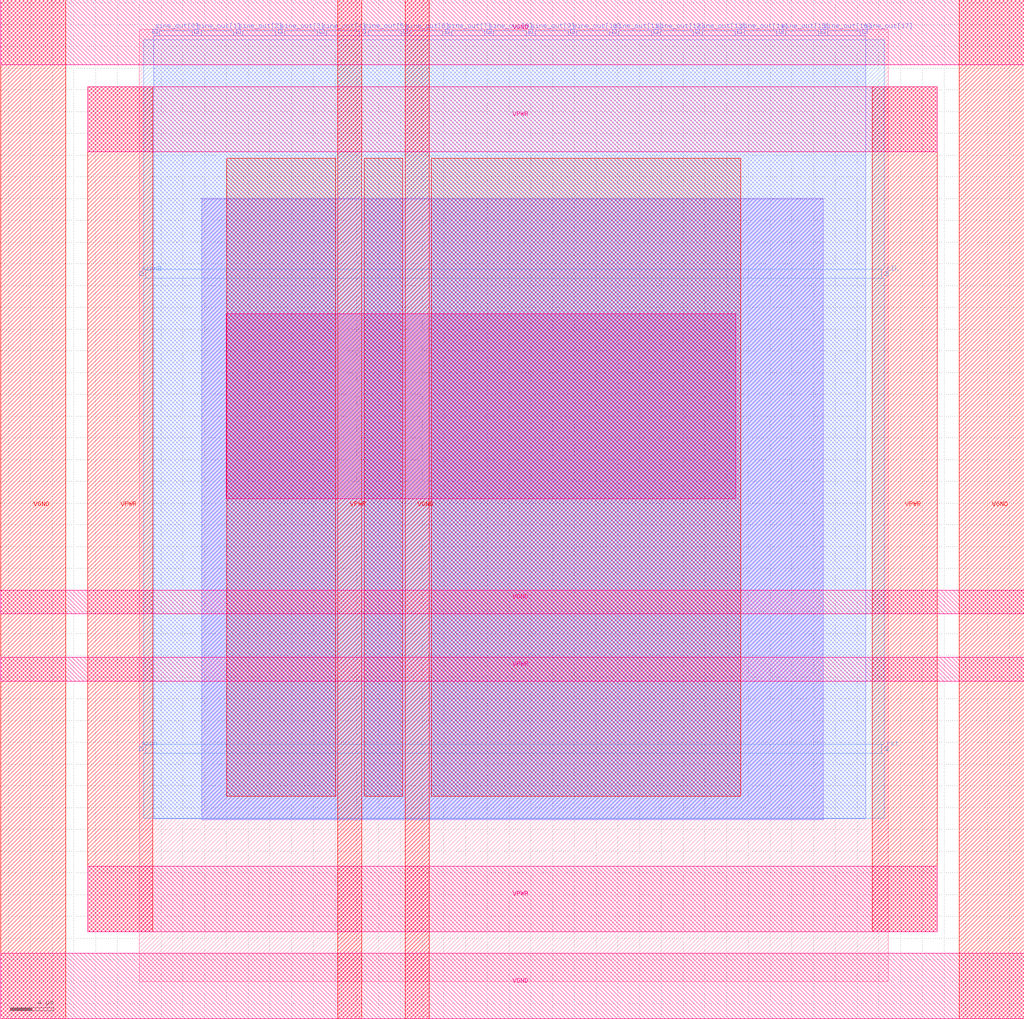
<source format=lef>
VERSION 5.7 ;
  NOWIREEXTENSIONATPIN ON ;
  DIVIDERCHAR "/" ;
  BUSBITCHARS "[]" ;
MACRO DigitalSine
  CLASS BLOCK ;
  FOREIGN DigitalSine ;
  ORIGIN 0.000 0.000 ;
  SIZE 68.885 BY 87.605 ;
  PIN VGND
    DIRECTION INOUT ;
    USE GROUND ;
    PORT
      LAYER Metal4 ;
        RECT -12.740 -3.380 -6.740 90.320 ;
    END
    PORT
      LAYER Metal5 ;
        RECT -12.740 -3.380 81.380 2.620 ;
    END
    PORT
      LAYER Metal5 ;
        RECT -12.740 84.320 81.380 90.320 ;
    END
    PORT
      LAYER Metal4 ;
        RECT 75.380 -3.380 81.380 90.320 ;
    END
    PORT
      LAYER Metal4 ;
        RECT 24.460 -3.380 26.660 90.320 ;
    END
    PORT
      LAYER Metal5 ;
        RECT -12.740 33.820 81.380 36.020 ;
    END
  END VGND
  PIN VPWR
    DIRECTION INOUT ;
    USE POWER ;
    PORT
      LAYER Metal4 ;
        RECT -4.740 4.620 1.260 82.320 ;
    END
    PORT
      LAYER Metal5 ;
        RECT -4.740 4.620 73.380 10.620 ;
    END
    PORT
      LAYER Metal5 ;
        RECT -4.740 76.320 73.380 82.320 ;
    END
    PORT
      LAYER Metal4 ;
        RECT 67.380 4.620 73.380 82.320 ;
    END
    PORT
      LAYER Metal4 ;
        RECT 18.260 -3.380 20.460 90.320 ;
    END
    PORT
      LAYER Metal5 ;
        RECT -12.740 27.620 81.380 29.820 ;
    END
  END VPWR
  PIN clk
    DIRECTION INPUT ;
    USE SIGNAL ;
    ANTENNAGATEAREA 0.725400 ;
    PORT
      LAYER Metal3 ;
        RECT 68.485 64.900 68.885 65.300 ;
    END
  END clk
  PIN rst
    DIRECTION INPUT ;
    USE SIGNAL ;
    ANTENNAGATEAREA 0.180700 ;
    PORT
      LAYER Metal3 ;
        RECT 68.485 21.220 68.885 21.620 ;
    END
  END rst
  PIN sign
    DIRECTION OUTPUT ;
    USE SIGNAL ;
    ANTENNADIFFAREA 0.706800 ;
    PORT
      LAYER Metal3 ;
        RECT 0.000 21.220 0.400 21.620 ;
    END
  END sign
  PIN signB
    DIRECTION OUTPUT ;
    USE SIGNAL ;
    ANTENNADIFFAREA 0.706800 ;
    PORT
      LAYER Metal3 ;
        RECT 0.000 64.900 0.400 65.300 ;
    END
  END signB
  PIN sine_out[0]
    DIRECTION OUTPUT ;
    USE SIGNAL ;
    ANTENNADIFFAREA 0.706800 ;
    PORT
      LAYER Metal2 ;
        RECT 1.240 87.205 1.640 87.605 ;
    END
  END sine_out[0]
  PIN sine_out[10]
    DIRECTION OUTPUT ;
    USE SIGNAL ;
    ANTENNADIFFAREA 0.706800 ;
    PORT
      LAYER Metal2 ;
        RECT 39.640 87.205 40.040 87.605 ;
    END
  END sine_out[10]
  PIN sine_out[11]
    DIRECTION OUTPUT ;
    USE SIGNAL ;
    ANTENNADIFFAREA 0.706800 ;
    PORT
      LAYER Metal2 ;
        RECT 43.480 87.205 43.880 87.605 ;
    END
  END sine_out[11]
  PIN sine_out[12]
    DIRECTION OUTPUT ;
    USE SIGNAL ;
    ANTENNADIFFAREA 0.706800 ;
    PORT
      LAYER Metal2 ;
        RECT 47.320 87.205 47.720 87.605 ;
    END
  END sine_out[12]
  PIN sine_out[13]
    DIRECTION OUTPUT ;
    USE SIGNAL ;
    ANTENNADIFFAREA 0.706800 ;
    PORT
      LAYER Metal2 ;
        RECT 51.160 87.205 51.560 87.605 ;
    END
  END sine_out[13]
  PIN sine_out[14]
    DIRECTION OUTPUT ;
    USE SIGNAL ;
    ANTENNADIFFAREA 0.706800 ;
    PORT
      LAYER Metal2 ;
        RECT 55.000 87.205 55.400 87.605 ;
    END
  END sine_out[14]
  PIN sine_out[15]
    DIRECTION OUTPUT ;
    USE SIGNAL ;
    ANTENNADIFFAREA 0.706800 ;
    PORT
      LAYER Metal2 ;
        RECT 58.840 87.205 59.240 87.605 ;
    END
  END sine_out[15]
  PIN sine_out[16]
    DIRECTION OUTPUT ;
    USE SIGNAL ;
    ANTENNADIFFAREA 0.706800 ;
    PORT
      LAYER Metal2 ;
        RECT 62.680 87.205 63.080 87.605 ;
    END
  END sine_out[16]
  PIN sine_out[17]
    DIRECTION OUTPUT ;
    USE SIGNAL ;
    ANTENNADIFFAREA 0.706800 ;
    PORT
      LAYER Metal2 ;
        RECT 66.520 87.205 66.920 87.605 ;
    END
  END sine_out[17]
  PIN sine_out[1]
    DIRECTION OUTPUT ;
    USE SIGNAL ;
    ANTENNADIFFAREA 0.706800 ;
    PORT
      LAYER Metal2 ;
        RECT 5.080 87.205 5.480 87.605 ;
    END
  END sine_out[1]
  PIN sine_out[2]
    DIRECTION OUTPUT ;
    USE SIGNAL ;
    ANTENNADIFFAREA 0.706800 ;
    PORT
      LAYER Metal2 ;
        RECT 8.920 87.205 9.320 87.605 ;
    END
  END sine_out[2]
  PIN sine_out[3]
    DIRECTION OUTPUT ;
    USE SIGNAL ;
    ANTENNADIFFAREA 0.706800 ;
    PORT
      LAYER Metal2 ;
        RECT 12.760 87.205 13.160 87.605 ;
    END
  END sine_out[3]
  PIN sine_out[4]
    DIRECTION OUTPUT ;
    USE SIGNAL ;
    ANTENNADIFFAREA 0.706800 ;
    PORT
      LAYER Metal2 ;
        RECT 16.600 87.205 17.000 87.605 ;
    END
  END sine_out[4]
  PIN sine_out[5]
    DIRECTION OUTPUT ;
    USE SIGNAL ;
    ANTENNADIFFAREA 0.706800 ;
    PORT
      LAYER Metal2 ;
        RECT 20.440 87.205 20.840 87.605 ;
    END
  END sine_out[5]
  PIN sine_out[6]
    DIRECTION OUTPUT ;
    USE SIGNAL ;
    ANTENNADIFFAREA 0.706800 ;
    PORT
      LAYER Metal2 ;
        RECT 24.280 87.205 24.680 87.605 ;
    END
  END sine_out[6]
  PIN sine_out[7]
    DIRECTION OUTPUT ;
    USE SIGNAL ;
    ANTENNADIFFAREA 0.706800 ;
    PORT
      LAYER Metal2 ;
        RECT 28.120 87.205 28.520 87.605 ;
    END
  END sine_out[7]
  PIN sine_out[8]
    DIRECTION OUTPUT ;
    USE SIGNAL ;
    ANTENNADIFFAREA 0.706800 ;
    PORT
      LAYER Metal2 ;
        RECT 31.960 87.205 32.360 87.605 ;
    END
  END sine_out[8]
  PIN sine_out[9]
    DIRECTION OUTPUT ;
    USE SIGNAL ;
    ANTENNADIFFAREA 0.706800 ;
    PORT
      LAYER Metal2 ;
        RECT 35.800 87.205 36.200 87.605 ;
    END
  END sine_out[9]
  OBS
      LAYER GatPoly ;
        RECT 5.760 14.970 62.880 71.970 ;
      LAYER Metal1 ;
        RECT 5.760 14.900 62.880 72.040 ;
      LAYER Metal2 ;
        RECT 1.850 86.995 4.870 87.460 ;
        RECT 5.690 86.995 8.710 87.460 ;
        RECT 9.530 86.995 12.550 87.460 ;
        RECT 13.370 86.995 16.390 87.460 ;
        RECT 17.210 86.995 20.230 87.460 ;
        RECT 21.050 86.995 24.070 87.460 ;
        RECT 24.890 86.995 27.910 87.460 ;
        RECT 28.730 86.995 31.750 87.460 ;
        RECT 32.570 86.995 35.590 87.460 ;
        RECT 36.410 86.995 39.430 87.460 ;
        RECT 40.250 86.995 43.270 87.460 ;
        RECT 44.090 86.995 47.110 87.460 ;
        RECT 47.930 86.995 50.950 87.460 ;
        RECT 51.770 86.995 54.790 87.460 ;
        RECT 55.610 86.995 58.630 87.460 ;
        RECT 59.450 86.995 62.470 87.460 ;
        RECT 63.290 86.995 66.310 87.460 ;
        RECT 1.335 14.975 66.825 86.995 ;
      LAYER Metal3 ;
        RECT 0.400 65.510 68.485 86.620 ;
        RECT 0.610 64.690 68.275 65.510 ;
        RECT 0.400 21.830 68.485 64.690 ;
        RECT 0.610 21.010 68.275 21.830 ;
        RECT 0.400 15.020 68.485 21.010 ;
      LAYER Metal4 ;
        RECT 8.055 17.075 18.050 75.745 ;
        RECT 20.670 17.075 24.250 75.745 ;
        RECT 26.870 17.075 55.300 75.745 ;
      LAYER Metal5 ;
        RECT 8.015 44.420 54.865 61.420 ;
  END
END DigitalSine
END LIBRARY


</source>
